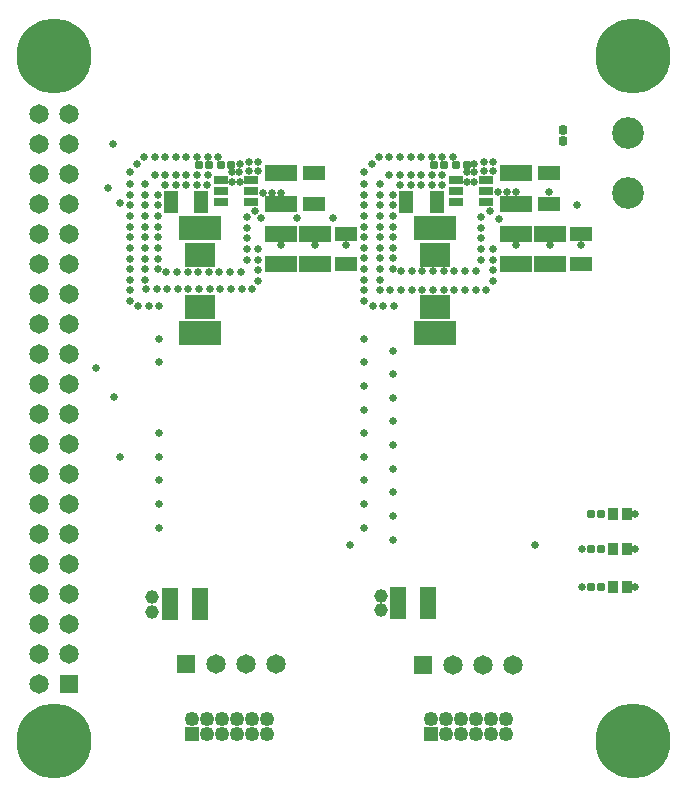
<source format=gts>
G04*
G04 #@! TF.GenerationSoftware,Altium Limited,Altium Designer,20.0.9 (164)*
G04*
G04 Layer_Color=8388736*
%FSLAX25Y25*%
%MOIN*%
G70*
G01*
G75*
%ADD25R,0.04528X0.02953*%
%ADD26R,0.10433X0.08071*%
%ADD27R,0.14370X0.08465*%
G04:AMPARAMS|DCode=28|XSize=31.1mil|YSize=29.53mil|CornerRadius=8.86mil|HoleSize=0mil|Usage=FLASHONLY|Rotation=90.000|XOffset=0mil|YOffset=0mil|HoleType=Round|Shape=RoundedRectangle|*
%AMROUNDEDRECTD28*
21,1,0.03110,0.01181,0,0,90.0*
21,1,0.01339,0.02953,0,0,90.0*
1,1,0.01772,0.00591,0.00669*
1,1,0.01772,0.00591,-0.00669*
1,1,0.01772,-0.00591,-0.00669*
1,1,0.01772,-0.00591,0.00669*
%
%ADD28ROUNDEDRECTD28*%
G04:AMPARAMS|DCode=29|XSize=26.38mil|YSize=27.95mil|CornerRadius=8.07mil|HoleSize=0mil|Usage=FLASHONLY|Rotation=180.000|XOffset=0mil|YOffset=0mil|HoleType=Round|Shape=RoundedRectangle|*
%AMROUNDEDRECTD29*
21,1,0.02638,0.01181,0,0,180.0*
21,1,0.01024,0.02795,0,0,180.0*
1,1,0.01614,-0.00512,0.00591*
1,1,0.01614,0.00512,0.00591*
1,1,0.01614,0.00512,-0.00591*
1,1,0.01614,-0.00512,-0.00591*
%
%ADD29ROUNDEDRECTD29*%
%ADD30R,0.03347X0.03937*%
%ADD31R,0.07284X0.04921*%
%ADD32R,0.04921X0.07284*%
%ADD33R,0.11024X0.05315*%
%ADD34R,0.05315X0.11024*%
%ADD35R,0.04921X0.04921*%
%ADD36C,0.04921*%
%ADD37C,0.10591*%
%ADD38C,0.06496*%
%ADD39R,0.06496X0.06496*%
%ADD40R,0.06496X0.06496*%
%ADD41C,0.02559*%
%ADD42C,0.04528*%
%ADD43C,0.25000*%
D25*
X376181Y406102D02*
D03*
Y409842D02*
D03*
Y413583D02*
D03*
X386024D02*
D03*
Y409842D02*
D03*
Y406102D02*
D03*
X297835Y406102D02*
D03*
Y409842D02*
D03*
Y413583D02*
D03*
X307677D02*
D03*
Y409842D02*
D03*
Y406102D02*
D03*
D26*
X369291Y388583D02*
D03*
Y371260D02*
D03*
X290945Y371260D02*
D03*
Y388583D02*
D03*
D27*
X369291Y362421D02*
D03*
Y397421D02*
D03*
X290945Y397421D02*
D03*
Y362421D02*
D03*
D28*
X411811Y430236D02*
D03*
Y426457D02*
D03*
D29*
X421102Y302362D02*
D03*
X424567D02*
D03*
X421102Y277953D02*
D03*
X424567Y277953D02*
D03*
X421102Y290551D02*
D03*
X424567Y290551D02*
D03*
X290394Y418504D02*
D03*
X293858D02*
D03*
X297874D02*
D03*
X301339D02*
D03*
X376220Y418504D02*
D03*
X379685D02*
D03*
X368740D02*
D03*
X372205D02*
D03*
D30*
X428346Y302362D02*
D03*
X433071D02*
D03*
X428346Y290551D02*
D03*
X433071D02*
D03*
X428346Y277953D02*
D03*
X433071Y277953D02*
D03*
D31*
X407087Y405512D02*
D03*
Y415748D02*
D03*
X328740Y405512D02*
D03*
Y415748D02*
D03*
X339370Y395669D02*
D03*
Y385433D02*
D03*
X417717Y395669D02*
D03*
Y385433D02*
D03*
D32*
X281102Y406299D02*
D03*
X291339D02*
D03*
X359449Y406299D02*
D03*
X369685D02*
D03*
D33*
X317717Y415748D02*
D03*
Y405512D02*
D03*
X317717Y385433D02*
D03*
Y395669D02*
D03*
X329134Y385433D02*
D03*
Y395669D02*
D03*
X396063Y385433D02*
D03*
Y395669D02*
D03*
X407480Y385433D02*
D03*
Y395669D02*
D03*
X396063Y415748D02*
D03*
Y405512D02*
D03*
D34*
X290945Y272047D02*
D03*
X280709D02*
D03*
X366929Y272441D02*
D03*
X356693D02*
D03*
D35*
X288150Y228740D02*
D03*
X367953D02*
D03*
D36*
X288150Y233740D02*
D03*
X293150Y228740D02*
D03*
Y233740D02*
D03*
X298150Y228740D02*
D03*
Y233740D02*
D03*
X303150Y228740D02*
D03*
Y233740D02*
D03*
X308150Y228740D02*
D03*
Y233740D02*
D03*
X313150Y228740D02*
D03*
Y233740D02*
D03*
X367953D02*
D03*
X372953Y228740D02*
D03*
Y233740D02*
D03*
X377953Y228740D02*
D03*
Y233740D02*
D03*
X382953Y228740D02*
D03*
Y233740D02*
D03*
X387953Y228740D02*
D03*
Y233740D02*
D03*
X392953Y228740D02*
D03*
Y233740D02*
D03*
D37*
X433465Y429055D02*
D03*
Y409055D02*
D03*
D38*
X237126Y435551D02*
D03*
X247126D02*
D03*
X237126Y425551D02*
D03*
X247126D02*
D03*
X237126Y415551D02*
D03*
X247126D02*
D03*
X237126Y405551D02*
D03*
X247126D02*
D03*
X237126Y395551D02*
D03*
X247126D02*
D03*
X237126Y385551D02*
D03*
X247126D02*
D03*
X237126Y375551D02*
D03*
X247126D02*
D03*
X237126Y365551D02*
D03*
X247126D02*
D03*
X237126Y355551D02*
D03*
X247126D02*
D03*
X237126Y345551D02*
D03*
X247126D02*
D03*
X237126Y335551D02*
D03*
X247126D02*
D03*
X237126Y325551D02*
D03*
X247126D02*
D03*
X237126Y315551D02*
D03*
X247126D02*
D03*
X237126Y305551D02*
D03*
X247126D02*
D03*
X237126Y295551D02*
D03*
X247126D02*
D03*
X237126Y285551D02*
D03*
X247126D02*
D03*
X237126Y275551D02*
D03*
X247126D02*
D03*
X237126Y265551D02*
D03*
X247126D02*
D03*
X237126Y255551D02*
D03*
X247126D02*
D03*
X237126Y245551D02*
D03*
X395276Y251969D02*
D03*
X385276D02*
D03*
X375276D02*
D03*
X316063Y252362D02*
D03*
X306063D02*
D03*
X296063D02*
D03*
D39*
X247126Y245551D02*
D03*
D40*
X365276Y251969D02*
D03*
X286063Y252362D02*
D03*
D41*
X402362Y291732D02*
D03*
X340945D02*
D03*
X260236Y411024D02*
D03*
X301575Y416142D02*
D03*
X303937D02*
D03*
X379921D02*
D03*
X388583Y416535D02*
D03*
X385433Y419685D02*
D03*
Y416535D02*
D03*
X388583Y419685D02*
D03*
X418110Y277953D02*
D03*
X277165Y360630D02*
D03*
Y352756D02*
D03*
Y321260D02*
D03*
Y329134D02*
D03*
Y305512D02*
D03*
Y313386D02*
D03*
Y297638D02*
D03*
X345669Y297638D02*
D03*
X355118Y293701D02*
D03*
X345669Y313386D02*
D03*
X355118Y309449D02*
D03*
Y301575D02*
D03*
X345669Y305512D02*
D03*
Y329134D02*
D03*
X355118Y325197D02*
D03*
Y317323D02*
D03*
X345669Y321260D02*
D03*
Y344882D02*
D03*
X355118Y340945D02*
D03*
Y333071D02*
D03*
X345669Y337008D02*
D03*
Y352756D02*
D03*
X355118Y348819D02*
D03*
Y356693D02*
D03*
X345669Y360630D02*
D03*
X416535Y405118D02*
D03*
X407087Y409449D02*
D03*
X417717Y391732D02*
D03*
X407480D02*
D03*
X396063D02*
D03*
X390551Y400394D02*
D03*
X264173Y321260D02*
D03*
X262205Y341339D02*
D03*
X256299Y350787D02*
D03*
X264173Y405905D02*
D03*
X261811Y425591D02*
D03*
X310236Y416535D02*
D03*
X307087D02*
D03*
Y419685D02*
D03*
X310236D02*
D03*
X339370Y391732D02*
D03*
X329134D02*
D03*
X317717D02*
D03*
X335039Y400787D02*
D03*
X323228D02*
D03*
X311024D02*
D03*
X418110Y290551D02*
D03*
X435827Y302362D02*
D03*
Y277953D02*
D03*
Y290551D02*
D03*
X304034Y418848D02*
D03*
Y412942D02*
D03*
X301672D02*
D03*
X293307Y411811D02*
D03*
X293404Y415305D02*
D03*
X289861D02*
D03*
X286317D02*
D03*
X282774D02*
D03*
X279231D02*
D03*
X275687D02*
D03*
X272538Y412155D02*
D03*
Y408612D02*
D03*
Y405068D02*
D03*
Y401525D02*
D03*
Y397982D02*
D03*
Y394438D02*
D03*
Y390895D02*
D03*
Y387352D02*
D03*
Y383808D02*
D03*
Y380265D02*
D03*
X272835Y377165D02*
D03*
X276378D02*
D03*
X279921D02*
D03*
X283465D02*
D03*
X287008D02*
D03*
X290551D02*
D03*
X294094D02*
D03*
X297638D02*
D03*
X301181D02*
D03*
X304724D02*
D03*
X308268D02*
D03*
X310333Y379872D02*
D03*
Y383415D02*
D03*
Y386958D02*
D03*
Y390501D02*
D03*
X289861Y411761D02*
D03*
X286317D02*
D03*
X282774D02*
D03*
X279231D02*
D03*
X276868Y408612D02*
D03*
Y405068D02*
D03*
Y401525D02*
D03*
Y397982D02*
D03*
Y394438D02*
D03*
Y390895D02*
D03*
Y387352D02*
D03*
Y383808D02*
D03*
X279624Y383021D02*
D03*
X283168D02*
D03*
X286711D02*
D03*
X290254D02*
D03*
X293797D02*
D03*
X297341D02*
D03*
X300884D02*
D03*
X304427D02*
D03*
X306396Y386958D02*
D03*
Y390501D02*
D03*
Y394045D02*
D03*
Y397588D02*
D03*
Y401131D02*
D03*
X286317Y421210D02*
D03*
X282774D02*
D03*
X279231D02*
D03*
X275687D02*
D03*
X272144D02*
D03*
X267420Y412155D02*
D03*
Y408612D02*
D03*
Y405068D02*
D03*
Y401525D02*
D03*
Y397982D02*
D03*
Y394438D02*
D03*
Y390895D02*
D03*
Y387352D02*
D03*
Y383808D02*
D03*
Y380265D02*
D03*
Y376722D02*
D03*
Y373179D02*
D03*
X270176Y371604D02*
D03*
X273719D02*
D03*
X277262D02*
D03*
X267420Y416092D02*
D03*
X269782Y418848D02*
D03*
X289861Y421210D02*
D03*
X293404D02*
D03*
X296947D02*
D03*
X309152Y403100D02*
D03*
X311811Y409166D02*
D03*
X314961D02*
D03*
X317717D02*
D03*
X390158Y409449D02*
D03*
X387402Y403150D02*
D03*
X393307Y409449D02*
D03*
X396063D02*
D03*
X375197Y421260D02*
D03*
X371654D02*
D03*
X368110D02*
D03*
X348031Y418898D02*
D03*
X345669Y416142D02*
D03*
X355512Y371654D02*
D03*
X351969D02*
D03*
X348425D02*
D03*
X345669Y373228D02*
D03*
Y376772D02*
D03*
Y380315D02*
D03*
Y383858D02*
D03*
Y387402D02*
D03*
Y390945D02*
D03*
Y394488D02*
D03*
Y398031D02*
D03*
Y401575D02*
D03*
Y405118D02*
D03*
Y408661D02*
D03*
Y412205D02*
D03*
X350394Y421260D02*
D03*
X353937D02*
D03*
X357480D02*
D03*
X361024D02*
D03*
X364567D02*
D03*
X384646Y401181D02*
D03*
Y397638D02*
D03*
Y394094D02*
D03*
Y390551D02*
D03*
Y387008D02*
D03*
X382677Y383071D02*
D03*
X379134D02*
D03*
X375591D02*
D03*
X372047D02*
D03*
X368504D02*
D03*
X364961D02*
D03*
X361417D02*
D03*
X357874D02*
D03*
X355118Y383858D02*
D03*
Y387402D02*
D03*
Y390945D02*
D03*
Y394488D02*
D03*
Y398031D02*
D03*
Y401575D02*
D03*
Y405118D02*
D03*
Y408661D02*
D03*
X357480Y411811D02*
D03*
X361024D02*
D03*
X364567D02*
D03*
X368110D02*
D03*
X388583Y390551D02*
D03*
Y387008D02*
D03*
Y383465D02*
D03*
Y379921D02*
D03*
X386221Y376772D02*
D03*
X382677D02*
D03*
X379134D02*
D03*
X375591D02*
D03*
X372047D02*
D03*
X368504D02*
D03*
X364961D02*
D03*
X361417D02*
D03*
X357874D02*
D03*
X354331D02*
D03*
X350787D02*
D03*
Y380315D02*
D03*
Y383858D02*
D03*
Y387402D02*
D03*
Y390945D02*
D03*
Y394488D02*
D03*
Y398031D02*
D03*
Y401575D02*
D03*
Y405118D02*
D03*
Y408661D02*
D03*
Y412205D02*
D03*
X353937Y415354D02*
D03*
X357480D02*
D03*
X361024D02*
D03*
X364567D02*
D03*
X368110D02*
D03*
X371654D02*
D03*
Y411811D02*
D03*
X379921Y412992D02*
D03*
X382283D02*
D03*
X382283Y416142D02*
D03*
X382283Y418898D02*
D03*
D42*
X351195Y270252D02*
D03*
X351181Y274803D02*
D03*
X274803Y274410D02*
D03*
Y269685D02*
D03*
D43*
X242126Y454724D02*
D03*
X435039D02*
D03*
Y226378D02*
D03*
X242126D02*
D03*
M02*

</source>
